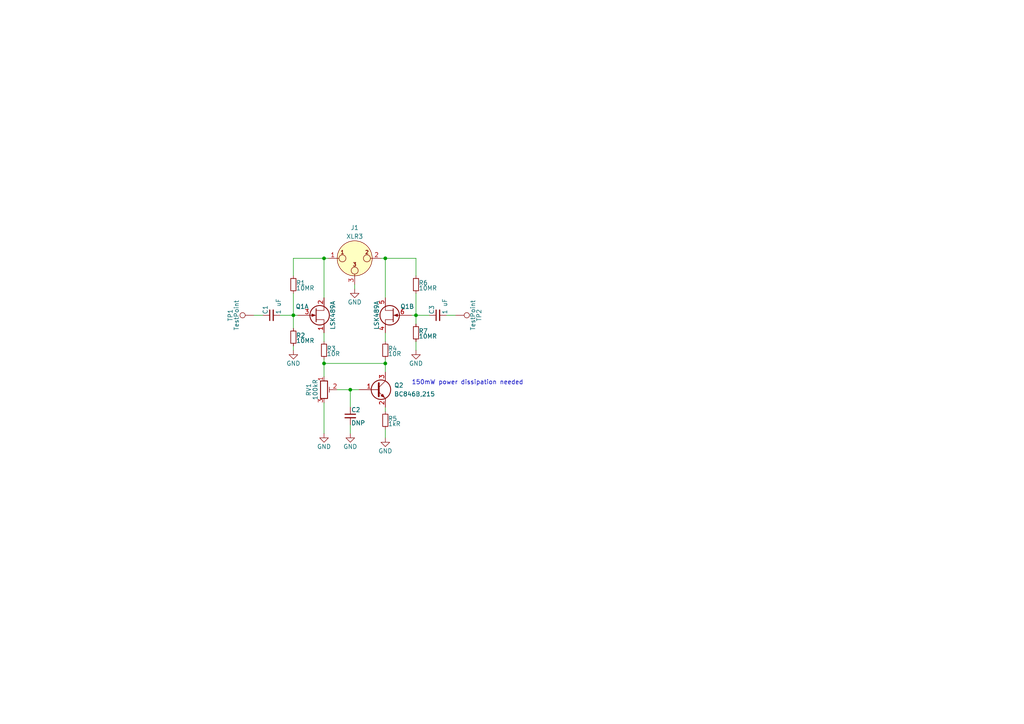
<source format=kicad_sch>
(kicad_sch (version 20211123) (generator eeschema)
  (paper "A4")
  (lib_symbols
    (symbol "Connector:TestPoint" (pin_numbers hide) (pin_names (offset 0.762) hide)
      (property "Reference" "TP" (at 0 6.858 0))
      (property "Value" "TestPoint" (at 0 5.08 0))
      (symbol "TestPoint_0_1"
        (circle (center 0 3.302) (radius 0.762))
      )
      (symbol "TestPoint_1_1"
        (pin passive line (at 0 0 90) (length 2.54) (name "1") (number "1"))
      )
    )
    (symbol "Connector:XLR3" (pin_names hide)
      (property "Reference" "J" (at 0 8.89 0))
      (property "Value" "XLR3" (at 0 6.35 0))
      (symbol "XLR3_0_1"
        (circle (center -3.556 0) (radius 1.016))
        (circle (center 0 -3.556) (radius 1.016))
        (polyline (pts (xy -5.08 0) (xy -4.572 0)))
        (polyline (pts (xy 0 -5.08) (xy 0 -4.572)))
        (polyline (pts (xy 5.08 0) (xy 4.572 0)))
        (circle (center 0 0) (radius 5.08) (fill (type background)))
        (circle (center 3.556 0) (radius 1.016))
        (text "1" (at -3.556 1.778 0) (effects (font (size 1.016 1.016) bold)))
        (text "2" (at 3.556 1.778 0) (effects (font (size 1.016 1.016) bold)))
        (text "3" (at 0 -1.778 0) (effects (font (size 1.016 1.016) bold)))
        (pin passive line (at -7.62 0 0) (length 2.54) (name "~") (number "1"))
        (pin passive line (at 7.62 0 180) (length 2.54) (name "~") (number "2"))
        (pin passive line (at 0 -7.62 90) (length 2.54) (name "~") (number "3"))
      )
    )
    (symbol "Device:C_Small" (pin_numbers hide) (pin_names (offset 0.254) hide)
      (property "Reference" "C" (at 0.254 1.778 0))
      (property "Value" "C_Small" (at 0.254 -2.032 0))
      (symbol "C_Small_0_1"
        (polyline (pts (xy -1.524 -0.508) (xy 1.524 -0.508)) (stroke (width 0.3302)))
        (polyline (pts (xy -1.524 0.508) (xy 1.524 0.508)) (stroke (width 0.3048)))
      )
      (symbol "C_Small_1_1"
        (pin passive line (at 0 2.54 270) (length 2.032) (name "~") (number "1"))
        (pin passive line (at 0 -2.54 90) (length 2.032) (name "~") (number "2"))
      )
    )
    (symbol "Device:Q_NPN_BEC" (pin_names (offset 0) hide)
      (property "Reference" "Q" (at 5.08 1.27 0))
      (property "Value" "Q_NPN_BEC" (at 5.08 -1.27 0))
      (symbol "Q_NPN_BEC_0_1"
        (polyline (pts (xy 0.635 0.635) (xy 2.54 2.54)))
        (polyline (pts (xy 0.635 -0.635) (xy 2.54 -2.54) (xy 2.54 -2.54)))
        (polyline (pts (xy 0.635 1.905) (xy 0.635 -1.905) (xy 0.635 -1.905)) (stroke (width 0.508)))
        (polyline (pts (xy 1.27 -1.778) (xy 1.778 -1.27) (xy 2.286 -2.286) (xy 1.27 -1.778) (xy 1.27 -1.778)) (fill (type outline)))
        (circle (center 1.27 0) (radius 2.8194) (stroke (width 0.254)))
      )
      (symbol "Q_NPN_BEC_1_1"
        (pin input line (at -5.08 0 0) (length 5.715) (name "B") (number "1"))
        (pin passive line (at 2.54 -5.08 90) (length 2.54) (name "E") (number "2"))
        (pin passive line (at 2.54 5.08 270) (length 2.54) (name "C") (number "3"))
      )
    )
    (symbol "Device:R_Potentiometer_Trim" (pin_names (offset 1.016) hide)
      (property "Reference" "RV" (at -4.445 0 90))
      (property "Value" "R_Potentiometer_Trim" (at -2.54 0 90))
      (symbol "R_Potentiometer_Trim_0_1"
        (polyline (pts (xy 1.524 0.762) (xy 1.524 -0.762)))
        (polyline (pts (xy 2.54 0) (xy 1.524 0)))
        (rectangle (start 1.016 2.54) (end -1.016 -2.54) (stroke (width 0.254)))
      )
      (symbol "R_Potentiometer_Trim_1_1"
        (pin passive line (at 0 3.81 270) (length 1.27) (name "1") (number "1"))
        (pin passive line (at 3.81 0 180) (length 1.27) (name "2") (number "2"))
        (pin passive line (at 0 -3.81 90) (length 1.27) (name "3") (number "3"))
      )
    )
    (symbol "Device:R_Small" (pin_numbers hide) (pin_names (offset 0.254) hide)
      (property "Reference" "R" (at 0.762 0.508 0))
      (property "Value" "R_Small" (at 0.762 -1.016 0))
      (symbol "R_Small_0_1"
        (rectangle (start -0.762 1.778) (end 0.762 -1.778) (stroke (width 0.2032)))
      )
      (symbol "R_Small_1_1"
        (pin passive line (at 0 2.54 270) (length 0.762) (name "~") (number "1"))
        (pin passive line (at 0 -2.54 90) (length 0.762) (name "~") (number "2"))
      )
    )
    (symbol "power:GND" (power) (pin_names (offset 0))
      (property "Value" "GND" (at 0 -3.81 0))
      (symbol "GND_0_1"
        (polyline (pts (xy 0 0) (xy 0 -1.27) (xy 1.27 -1.27) (xy 0 -2.54) (xy -1.27 -1.27) (xy 0 -1.27)))
      )
      (symbol "GND_1_1"
        (pin power_in line (at 0 0 270) (length 0) hide (name "GND") (number "1"))
      )
    )
    (symbol "preamp-parts:LSK489A" (pin_names hide)
      (property "Reference" "Q" (at -5.08 2.54 0))
      (property "Value" "LSK489A" (at 3.81 0 90))
      (symbol "LSK489A_0_1"
        (polyline (pts (xy -1.016 1.905) (xy -1.016 -1.905) (xy -1.016 -1.905)) (stroke (width 0.254)))
        (polyline (pts (xy 1.27 -2.54) (xy 1.27 -1.27) (xy -1.016 -1.27)))
        (polyline (pts (xy 1.27 2.54) (xy 1.27 1.397) (xy -1.016 1.397)))
        (polyline (pts (xy -1.27 0) (xy -2.286 0.381) (xy -2.286 -0.381) (xy -1.27 0)) (fill (type outline)))
        (circle (center 0 0) (radius 2.8194) (stroke (width 0.254)))
      )
      (symbol "LSK489A_1_1"
        (pin passive line (at 1.27 -5.08 90) (length 2.54) (name "S1") (number "1"))
        (pin passive line (at 1.27 5.08 270) (length 2.54) (name "D1") (number "2"))
        (pin input line (at -6.35 0 0) (length 5.334) (name "G1") (number "3"))
      )
      (symbol "LSK489A_2_1"
        (pin passive line (at 1.27 -5.08 90) (length 2.54) (name "S2") (number "4"))
        (pin passive line (at 1.27 5.08 270) (length 2.54) (name "D2") (number "5"))
        (pin input line (at -6.35 0 0) (length 5.334) (name "G2") (number "6"))
      )
    )
  )
  (junction (at 93.98 105.41))
  (junction (at 101.6 113.03))
  (junction (at 93.98 74.93))
  (junction (at 85.09 91.44))
  (junction (at 111.76 105.41))
  (junction (at 120.65 91.44))
  (junction (at 111.76 74.93))
  (wire (pts (xy 97.79 113.03) (xy 101.6 113.03)))
  (wire (pts (xy 120.65 74.93) (xy 111.76 74.93)))
  (wire (pts (xy 111.76 74.93) (xy 111.76 86.36)))
  (wire (pts (xy 95.25 74.93) (xy 93.98 74.93)))
  (wire (pts (xy 85.09 74.93) (xy 93.98 74.93)))
  (wire (pts (xy 93.98 96.52) (xy 93.98 99.06)))
  (wire (pts (xy 85.09 100.33) (xy 85.09 101.6)))
  (wire (pts (xy 73.66 91.44) (xy 76.2 91.44)))
  (wire (pts (xy 120.65 91.44) (xy 124.46 91.44)))
  (wire (pts (xy 120.65 91.44) (xy 120.65 93.98)))
  (wire (pts (xy 111.76 105.41) (xy 111.76 107.95)))
  (wire (pts (xy 111.76 127) (xy 111.76 124.46)))
  (wire (pts (xy 85.09 91.44) (xy 86.36 91.44)))
  (wire (pts (xy 85.09 80.01) (xy 85.09 74.93)))
  (wire (pts (xy 102.87 82.55) (xy 102.87 83.82)))
  (wire (pts (xy 85.09 85.09) (xy 85.09 91.44)))
  (wire (pts (xy 101.6 113.03) (xy 101.6 118.11)))
  (wire (pts (xy 93.98 74.93) (xy 93.98 86.36)))
  (wire (pts (xy 81.28 91.44) (xy 85.09 91.44)))
  (wire (pts (xy 93.98 105.41) (xy 111.76 105.41)))
  (wire (pts (xy 93.98 105.41) (xy 93.98 109.22)))
  (wire (pts (xy 111.76 105.41) (xy 111.76 104.14)))
  (wire (pts (xy 111.76 96.52) (xy 111.76 99.06)))
  (wire (pts (xy 111.76 118.11) (xy 111.76 119.38)))
  (wire (pts (xy 110.49 74.93) (xy 111.76 74.93)))
  (wire (pts (xy 93.98 104.14) (xy 93.98 105.41)))
  (wire (pts (xy 129.54 91.44) (xy 132.08 91.44)))
  (wire (pts (xy 93.98 116.84) (xy 93.98 125.73)))
  (wire (pts (xy 85.09 91.44) (xy 85.09 95.25)))
  (wire (pts (xy 120.65 99.06) (xy 120.65 101.6)))
  (wire (pts (xy 101.6 113.03) (xy 104.14 113.03)))
  (wire (pts (xy 120.65 80.01) (xy 120.65 74.93)))
  (wire (pts (xy 120.65 91.44) (xy 119.38 91.44)))
  (wire (pts (xy 120.65 85.09) (xy 120.65 91.44)))
  (wire (pts (xy 101.6 123.19) (xy 101.6 125.73)))
  (text "150mW power dissipation needed" (at 119.38 111.76 0) (effects (font (size 1.27 1.27)) (justify left bottom)))
  (symbol (lib_id "power:GND") (at 102.87 83.82 0) (unit 1)
    (property "Reference" "#PWR04" (effects hide))
    (property "Value" "GND" (at 102.87 87.63 0))
  )
  (symbol (lib_id "power:GND") (at 120.65 101.6 0) (unit 1)
    (property "Reference" "#PWR06" (effects hide))
    (property "Value" "GND" (at 120.65 105.41 0))
  )
  (symbol (lib_id "Device:R_Small") (at 111.76 101.6 0) (unit 1)
    (property "Reference" "R4" (at 112.522 101.092 0) (effects (justify left)))
    (property "Value" "10R" (at 112.522 102.616 0) (effects (justify left)))
    (property "Footprint" "Resistor_SMD:R_0402_1005Metric_Pad0.72x0.64mm_HandSolder" (effects hide))
    (property "Digikey" "A119919CT-ND" (effects hide))
  )
  (symbol (lib_id "Device:R_Small") (at 85.09 82.55 0) (unit 1)
    (property "Reference" "R1" (at 85.852 82.042 0) (effects (justify left)))
    (property "Value" "10MR" (at 85.852 83.566 0) (effects (justify left)))
    (property "Footprint" "Resistor_SMD:R_0603_1608Metric_Pad0.98x0.95mm_HandSolder" (effects hide))
    (property "Digikey" "RHM10.0MAYCT-ND" (effects hide))
  )
  (symbol (lib_id "Device:R_Small") (at 111.76 121.92 0) (unit 1)
    (property "Reference" "R5" (at 112.522 121.412 0) (effects (justify left)))
    (property "Value" "1kR" (at 112.522 122.936 0) (effects (justify left)))
    (property "Footprint" "Resistor_SMD:R_0805_2012Metric_Pad1.20x1.40mm_HandSolder" (effects hide))
    (property "Digikey" "RNCP0805FTD1K00CT-ND" (effects hide))
  )
  (symbol (lib_id "Device:R_Small") (at 120.65 96.52 0) (unit 1)
    (property "Reference" "R7" (at 121.412 96.012 0) (effects (justify left)))
    (property "Value" "10MR" (at 121.412 97.536 0) (effects (justify left)))
    (property "Footprint" "Resistor_SMD:R_0603_1608Metric_Pad0.98x0.95mm_HandSolder" (effects hide))
    (property "Digikey" "RHM10.0MAYCT-ND" (effects hide))
  )
  (symbol (lib_id "Device:Q_NPN_BEC") (at 109.22 113.03 0) (unit 1)
    (property "Reference" "Q2" (at 114.3 111.76 0) (effects (justify left)))
    (property "Value" "BC846B,215" (at 114.3 114.3 0) (effects (justify left)))
    (property "Footprint" "Package_TO_SOT_SMD:SOT-323_SC-70_Handsoldering" (effects hide))
    (property "Digikey" "1727-2920-2-ND" (effects hide))
  )
  (symbol (lib_id "preamp-parts:LSK489A") (at 92.71 91.44 0) (unit 1)
    (property "Reference" "Q1" (at 87.63 88.9 0))
    (property "Value" "LSK489A" (at 96.52 91.44 90))
    (property "Footprint" "Package_TO_SOT_THT:TO-39-6" (effects hide))
  )
  (symbol (lib_id "power:GND") (at 93.98 125.73 0) (unit 1)
    (property "Reference" "#PWR02" (effects hide))
    (property "Value" "GND" (at 93.98 129.54 0))
  )
  (symbol (lib_id "Connector:TestPoint") (at 73.66 91.44 90) (unit 1)
    (property "Reference" "TP1" (at 66.802 91.44 0))
    (property "Value" "TestPoint" (at 68.58 91.44 0))
    (property "Footprint" "Connector_PinHeader_2.54mm:PinHeader_1x01_P2.54mm_Vertical" (effects hide))
  )
  (symbol (lib_id "Connector:XLR3") (at 102.87 74.93 0) (unit 1)
    (property "Reference" "J1" (at 102.87 66.04 0))
    (property "Value" "XLR3" (at 102.87 68.58 0))
    (property "Footprint" "Connector_Audio:Jack_XLR_Neutrik_NC3MAAH-0_Horizontal" (effects hide))
    (property "Datasheet" " ~" (effects hide))
    (property "Mouser" " 568-NC3MAAH-0" (effects hide))
  )
  (symbol (lib_id "power:GND") (at 111.76 127 0) (unit 1)
    (property "Reference" "#PWR05" (effects hide))
    (property "Value" "GND" (at 111.76 130.81 0))
  )
  (symbol (lib_id "power:GND") (at 85.09 101.6 0) (unit 1)
    (property "Reference" "#PWR01" (effects hide))
    (property "Value" "GND" (at 85.09 105.41 0))
  )
  (symbol (lib_id "Device:C_Small") (at 127 91.44 90) (unit 1)
    (property "Reference" "C3" (at 125.222 91.186 0) (effects (justify left)))
    (property "Value" "1 uF" (at 129.032 91.186 0) (effects (justify left)))
    (property "Footprint" "Capacitor_THT:C_Rect_L7.2mm_W5.5mm_P5.00mm_FKS2_FKP2_MKS2_MKP2" (effects hide))
    (property "Digikey" "399-5447-1-ND" (effects hide))
  )
  (symbol (lib_id "Device:C_Small") (at 78.74 91.44 90) (unit 1)
    (property "Reference" "C1" (at 76.962 91.186 0) (effects (justify left)))
    (property "Value" "1 uF" (at 80.772 91.186 0) (effects (justify left)))
    (property "Footprint" "Capacitor_THT:C_Rect_L7.2mm_W5.5mm_P5.00mm_FKS2_FKP2_MKS2_MKP2" (effects hide))
    (property "Digikey" "399-5447-1-ND" (effects hide))
  )
  (symbol (lib_id "Device:R_Small") (at 85.09 97.79 0) (unit 1)
    (property "Reference" "R2" (at 85.852 97.282 0) (effects (justify left)))
    (property "Value" "10MR" (at 85.852 98.806 0) (effects (justify left)))
    (property "Footprint" "Resistor_SMD:R_0603_1608Metric_Pad0.98x0.95mm_HandSolder" (effects hide))
    (property "Digikey" "RHM10.0MAYCT-ND" (effects hide))
  )
  (symbol (lib_id "Connector:TestPoint") (at 132.08 91.44 270) (unit 1)
    (property "Reference" "TP2" (at 138.938 91.44 0))
    (property "Value" "TestPoint" (at 137.16 91.44 0))
    (property "Footprint" "Connector_PinHeader_2.54mm:PinHeader_1x01_P2.54mm_Vertical" (effects hide))
  )
  (symbol (lib_id "power:GND") (at 101.6 125.73 0) (unit 1)
    (property "Reference" "#PWR03" (effects hide))
    (property "Value" "GND" (at 101.6 129.54 0))
  )
  (symbol (lib_id "Device:R_Potentiometer_Trim") (at 93.98 113.03 0) (unit 1)
    (property "Reference" "RV1" (at 89.535 113.03 90))
    (property "Value" "100kR" (at 91.44 113.03 90))
    (property "Footprint" "Potentiometer_THT:Potentiometer_Bourns_3299P_Horizontal" (effects hide))
    (property "Digikey" "3299P-104LF-ND" (effects hide))
  )
  (symbol (lib_id "Device:C_Small") (at 101.6 120.65 0) (unit 1)
    (property "Reference" "C2" (at 101.854 118.872 0) (effects (justify left)))
    (property "Value" "DNP" (at 101.854 122.682 0) (effects (justify left)))
    (property "Footprint" "Resistor_SMD:R_0603_1608Metric_Pad0.98x0.95mm_HandSolder" (effects hide))
  )
  (symbol (lib_id "Device:R_Small") (at 93.98 101.6 0) (unit 1)
    (property "Reference" "R3" (at 94.742 101.092 0) (effects (justify left)))
    (property "Value" "10R" (at 94.742 102.616 0) (effects (justify left)))
    (property "Footprint" "Resistor_SMD:R_0402_1005Metric_Pad0.72x0.64mm_HandSolder" (effects hide))
    (property "Digikey" "A119919CT-ND" (effects hide))
  )
  (symbol (lib_id "Device:R_Small") (at 120.65 82.55 0) (unit 1)
    (property "Reference" "R6" (at 121.412 82.042 0) (effects (justify left)))
    (property "Value" "10MR" (at 121.412 83.566 0) (effects (justify left)))
    (property "Footprint" "Resistor_SMD:R_0603_1608Metric_Pad0.98x0.95mm_HandSolder" (effects hide))
    (property "Digikey" "RHM10.0MAYCT-ND" (effects hide))
  )
  (symbol (lib_id "preamp-parts:LSK489A") (at 113.03 91.44 0) (mirror y) (unit 2)
    (property "Reference" "Q1" (at 118.11 88.9 0))
    (property "Value" "LSK489A" (at 109.22 91.44 90))
    (property "Footprint" "Package_TO_SOT_THT:TO-39-6" (effects hide))
  )
)
</source>
